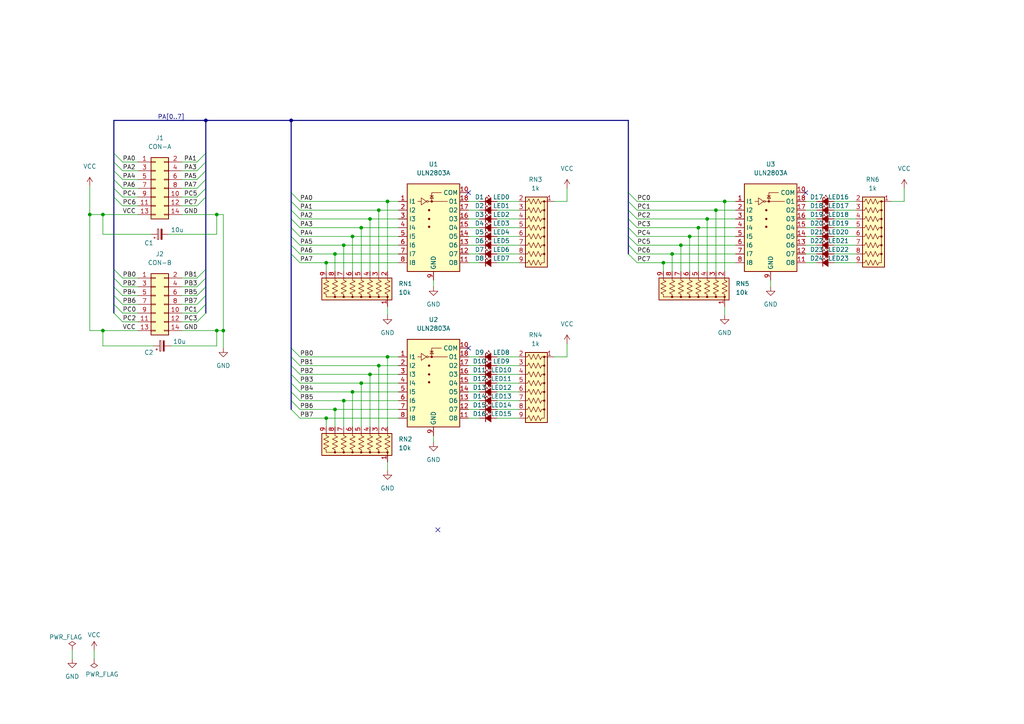
<source format=kicad_sch>
(kicad_sch (version 20211123) (generator eeschema)
  (paper "A4")
  (title_block (title "KZ80 LED テストボード") (date "2022-05-03") (rev "1") (company "KUNI-NET"))
  (lib_symbols
    (symbol "Connector_Generic:Conn_02x07_Odd_Even" (pin_names (offset 1.016) hide)
      (property "Reference" "J" (at 1.27 10.16 0))
      (property "Value" "Conn_02x07_Odd_Even" (at 1.27 -10.16 0))
      (symbol "Conn_02x07_Odd_Even_1_1"
        (rectangle (start -1.27 -7.493) (end 0 -7.747) (stroke (width 0.1524)))
        (rectangle (start -1.27 -4.953) (end 0 -5.207) (stroke (width 0.1524)))
        (rectangle (start -1.27 -2.413) (end 0 -2.667) (stroke (width 0.1524)))
        (rectangle (start -1.27 0.127) (end 0 -0.127) (stroke (width 0.1524)))
        (rectangle (start -1.27 2.667) (end 0 2.413) (stroke (width 0.1524)))
        (rectangle (start -1.27 5.207) (end 0 4.953) (stroke (width 0.1524)))
        (rectangle (start -1.27 7.747) (end 0 7.493) (stroke (width 0.1524)))
        (rectangle (start -1.27 8.89) (end 3.81 -8.89) (stroke (width 0.254)) (fill (type background)))
        (rectangle (start 3.81 -7.493) (end 2.54 -7.747) (stroke (width 0.1524)))
        (rectangle (start 3.81 -4.953) (end 2.54 -5.207) (stroke (width 0.1524)))
        (rectangle (start 3.81 -2.413) (end 2.54 -2.667) (stroke (width 0.1524)))
        (rectangle (start 3.81 0.127) (end 2.54 -0.127) (stroke (width 0.1524)))
        (rectangle (start 3.81 2.667) (end 2.54 2.413) (stroke (width 0.1524)))
        (rectangle (start 3.81 5.207) (end 2.54 4.953) (stroke (width 0.1524)))
        (rectangle (start 3.81 7.747) (end 2.54 7.493) (stroke (width 0.1524)))
        (pin passive line (at -5.08 7.62 0) (length 3.81) (name "Pin_1") (number "1"))
        (pin passive line (at 7.62 -2.54 180) (length 3.81) (name "Pin_10") (number "10"))
        (pin passive line (at -5.08 -5.08 0) (length 3.81) (name "Pin_11") (number "11"))
        (pin passive line (at 7.62 -5.08 180) (length 3.81) (name "Pin_12") (number "12"))
        (pin passive line (at -5.08 -7.62 0) (length 3.81) (name "Pin_13") (number "13"))
        (pin passive line (at 7.62 -7.62 180) (length 3.81) (name "Pin_14") (number "14"))
        (pin passive line (at 7.62 7.62 180) (length 3.81) (name "Pin_2") (number "2"))
        (pin passive line (at -5.08 5.08 0) (length 3.81) (name "Pin_3") (number "3"))
        (pin passive line (at 7.62 5.08 180) (length 3.81) (name "Pin_4") (number "4"))
        (pin passive line (at -5.08 2.54 0) (length 3.81) (name "Pin_5") (number "5"))
        (pin passive line (at 7.62 2.54 180) (length 3.81) (name "Pin_6") (number "6"))
        (pin passive line (at -5.08 0 0) (length 3.81) (name "Pin_7") (number "7"))
        (pin passive line (at 7.62 0 180) (length 3.81) (name "Pin_8") (number "8"))
        (pin passive line (at -5.08 -2.54 0) (length 3.81) (name "Pin_9") (number "9"))
      )
    )
    (symbol "Device:C_Polarized_Small" (pin_numbers hide) (pin_names (offset 0.254) hide)
      (property "Reference" "C" (at 0.254 1.778 0))
      (property "Value" "C_Polarized_Small" (at 0.254 -2.032 0))
      (symbol "C_Polarized_Small_0_1"
        (rectangle (start -1.524 -0.3048) (end 1.524 -0.6858) (fill (type outline)))
        (rectangle (start -1.524 0.6858) (end 1.524 0.3048))
        (polyline (pts (xy -1.27 1.524) (xy -0.762 1.524)))
        (polyline (pts (xy -1.016 1.27) (xy -1.016 1.778)))
      )
      (symbol "C_Polarized_Small_1_1"
        (pin passive line (at 0 2.54 270) (length 1.8542) (name "~") (number "1"))
        (pin passive line (at 0 -2.54 90) (length 1.8542) (name "~") (number "2"))
      )
    )
    (symbol "Device:LED_Small_Filled" (pin_numbers hide) (pin_names (offset 0.254) hide)
      (property "Reference" "D" (at -1.27 3.175 0))
      (property "Value" "LED_Small_Filled" (at -4.445 -2.54 0))
      (symbol "LED_Small_Filled_0_1"
        (polyline (pts (xy -0.762 -1.016) (xy -0.762 1.016)) (stroke (width 0.254)))
        (polyline (pts (xy 1.016 0) (xy -0.762 0)))
        (polyline (pts (xy 0.762 -1.016) (xy -0.762 0) (xy 0.762 1.016) (xy 0.762 -1.016)) (stroke (width 0.254)) (fill (type outline)))
        (polyline (pts (xy 0 0.762) (xy -0.508 1.27) (xy -0.254 1.27) (xy -0.508 1.27) (xy -0.508 1.016)))
        (polyline (pts (xy 0.508 1.27) (xy 0 1.778) (xy 0.254 1.778) (xy 0 1.778) (xy 0 1.524)))
      )
      (symbol "LED_Small_Filled_1_1"
        (pin passive line (at -2.54 0 0) (length 1.778) (name "K") (number "1"))
        (pin passive line (at 2.54 0 180) (length 1.778) (name "A") (number "2"))
      )
    )
    (symbol "Device:R_Network08_US" (pin_names (offset 0) hide)
      (property "Reference" "RN" (at -12.7 0 90))
      (property "Value" "R_Network08_US" (at 10.16 0 90))
      (symbol "R_Network08_US_0_1"
        (rectangle (start -11.43 -3.175) (end 8.89 3.175) (stroke (width 0.254)) (fill (type background)))
        (circle (center -10.16 2.286) (radius 0.254) (fill (type outline)))
        (circle (center -7.62 2.286) (radius 0.254) (fill (type outline)))
        (circle (center -5.08 2.286) (radius 0.254) (fill (type outline)))
        (circle (center -2.54 2.286) (radius 0.254) (fill (type outline)))
        (polyline (pts (xy -10.16 2.286) (xy 7.62 2.286)))
        (polyline (pts (xy -10.16 2.286) (xy -10.16 1.524) (xy -9.398 1.1684) (xy -10.922 0.508) (xy -9.398 -0.1524) (xy -10.922 -0.8382) (xy -9.398 -1.524) (xy -10.922 -2.1844) (xy -10.16 -2.54) (xy -10.16 -3.81)))
        (polyline (pts (xy -7.62 2.286) (xy -7.62 1.524) (xy -6.858 1.1684) (xy -8.382 0.508) (xy -6.858 -0.1524) (xy -8.382 -0.8382) (xy -6.858 -1.524) (xy -8.382 -2.1844) (xy -7.62 -2.54) (xy -7.62 -3.81)))
        (polyline (pts (xy -5.08 2.286) (xy -5.08 1.524) (xy -4.318 1.1684) (xy -5.842 0.508) (xy -4.318 -0.1524) (xy -5.842 -0.8382) (xy -4.318 -1.524) (xy -5.842 -2.1844) (xy -5.08 -2.54) (xy -5.08 -3.81)))
        (polyline (pts (xy -2.54 2.286) (xy -2.54 1.524) (xy -1.778 1.1684) (xy -3.302 0.508) (xy -1.778 -0.1524) (xy -3.302 -0.8382) (xy -1.778 -1.524) (xy -3.302 -2.1844) (xy -2.54 -2.54) (xy -2.54 -3.81)))
        (polyline (pts (xy 0 2.286) (xy 0 1.524) (xy 0.762 1.1684) (xy -0.762 0.508) (xy 0.762 -0.1524) (xy -0.762 -0.8382) (xy 0.762 -1.524) (xy -0.762 -2.1844) (xy 0 -2.54) (xy 0 -3.81)))
        (polyline (pts (xy 2.54 2.286) (xy 2.54 1.524) (xy 3.302 1.1684) (xy 1.778 0.508) (xy 3.302 -0.1524) (xy 1.778 -0.8382) (xy 3.302 -1.524) (xy 1.778 -2.1844) (xy 2.54 -2.54) (xy 2.54 -3.81)))
        (polyline (pts (xy 5.08 2.286) (xy 5.08 1.524) (xy 5.842 1.1684) (xy 4.318 0.508) (xy 5.842 -0.1524) (xy 4.318 -0.8382) (xy 5.842 -1.524) (xy 4.318 -2.1844) (xy 5.08 -2.54) (xy 5.08 -3.81)))
        (polyline (pts (xy 7.62 2.286) (xy 7.62 1.524) (xy 8.382 1.1684) (xy 6.858 0.508) (xy 8.382 -0.1524) (xy 6.858 -0.8382) (xy 8.382 -1.524) (xy 6.858 -2.1844) (xy 7.62 -2.54) (xy 7.62 -3.81)))
        (circle (center 0 2.286) (radius 0.254) (fill (type outline)))
        (circle (center 2.54 2.286) (radius 0.254) (fill (type outline)))
        (circle (center 5.08 2.286) (radius 0.254) (fill (type outline)))
      )
      (symbol "R_Network08_US_1_1"
        (pin passive line (at -10.16 5.08 270) (length 2.54) (name "common") (number "1"))
        (pin passive line (at -10.16 -5.08 90) (length 1.27) (name "R1") (number "2"))
        (pin passive line (at -7.62 -5.08 90) (length 1.27) (name "R2") (number "3"))
        (pin passive line (at -5.08 -5.08 90) (length 1.27) (name "R3") (number "4"))
        (pin passive line (at -2.54 -5.08 90) (length 1.27) (name "R4") (number "5"))
        (pin passive line (at 0 -5.08 90) (length 1.27) (name "R5") (number "6"))
        (pin passive line (at 2.54 -5.08 90) (length 1.27) (name "R6") (number "7"))
        (pin passive line (at 5.08 -5.08 90) (length 1.27) (name "R7") (number "8"))
        (pin passive line (at 7.62 -5.08 90) (length 1.27) (name "R8") (number "9"))
      )
    )
    (symbol "Transistor_Array:ULN2803A"
      (property "Reference" "U" (at 0 13.335 0))
      (property "Value" "ULN2803A" (at 0 11.43 0))
      (symbol "ULN2803A_0_1"
        (rectangle (start -7.62 -15.24) (end 7.62 10.16) (stroke (width 0.254)) (fill (type background)))
        (circle (center -1.778 5.08) (radius 0.254))
        (circle (center -1.27 -2.286) (radius 0.254) (fill (type outline)))
        (circle (center -1.27 0) (radius 0.254) (fill (type outline)))
        (circle (center -1.27 2.54) (radius 0.254) (fill (type outline)))
        (circle (center -0.508 5.08) (radius 0.254) (fill (type outline)))
        (polyline (pts (xy -4.572 5.08) (xy -3.556 5.08)))
        (polyline (pts (xy -1.524 5.08) (xy 4.064 5.08)))
        (polyline (pts (xy 0 6.731) (xy -1.016 6.731)))
        (polyline (pts (xy -0.508 5.08) (xy -0.508 7.62) (xy 2.286 7.62)))
        (polyline (pts (xy -3.556 6.096) (xy -3.556 4.064) (xy -2.032 5.08) (xy -3.556 6.096)))
        (polyline (pts (xy 0 5.969) (xy -1.016 5.969) (xy -0.508 6.731) (xy 0 5.969)))
      )
      (symbol "ULN2803A_1_1"
        (pin input line (at -10.16 5.08 0) (length 2.54) (name "I1") (number "1"))
        (pin passive line (at 10.16 7.62 180) (length 2.54) (name "COM") (number "10"))
        (pin open_collector line (at 10.16 -12.7 180) (length 2.54) (name "O8") (number "11"))
        (pin open_collector line (at 10.16 -10.16 180) (length 2.54) (name "O7") (number "12"))
        (pin open_collector line (at 10.16 -7.62 180) (length 2.54) (name "O6") (number "13"))
        (pin open_collector line (at 10.16 -5.08 180) (length 2.54) (name "O5") (number "14"))
        (pin open_collector line (at 10.16 -2.54 180) (length 2.54) (name "O4") (number "15"))
        (pin open_collector line (at 10.16 0 180) (length 2.54) (name "O3") (number "16"))
        (pin open_collector line (at 10.16 2.54 180) (length 2.54) (name "O2") (number "17"))
        (pin open_collector line (at 10.16 5.08 180) (length 2.54) (name "O1") (number "18"))
        (pin input line (at -10.16 2.54 0) (length 2.54) (name "I2") (number "2"))
        (pin input line (at -10.16 0 0) (length 2.54) (name "I3") (number "3"))
        (pin input line (at -10.16 -2.54 0) (length 2.54) (name "I4") (number "4"))
        (pin input line (at -10.16 -5.08 0) (length 2.54) (name "I5") (number "5"))
        (pin input line (at -10.16 -7.62 0) (length 2.54) (name "I6") (number "6"))
        (pin input line (at -10.16 -10.16 0) (length 2.54) (name "I7") (number "7"))
        (pin input line (at -10.16 -12.7 0) (length 2.54) (name "I8") (number "8"))
        (pin power_in line (at 0 -17.78 90) (length 2.54) (name "GND") (number "9"))
      )
    )
    (symbol "power:GND" (power) (pin_names (offset 0))
      (property "Value" "GND" (at 0 -3.81 0))
      (symbol "GND_0_1"
        (polyline (pts (xy 0 0) (xy 0 -1.27) (xy 1.27 -1.27) (xy 0 -2.54) (xy -1.27 -1.27) (xy 0 -1.27)))
      )
      (symbol "GND_1_1"
        (pin power_in line (at 0 0 270) (length 0) hide (name "GND") (number "1"))
      )
    )
    (symbol "power:PWR_FLAG" (power) (pin_numbers hide) (pin_names (offset 0) hide)
      (property "Value" "PWR_FLAG" (at 0 3.81 0))
      (symbol "PWR_FLAG_0_0"
        (pin power_out line (at 0 0 90) (length 0) (name "pwr") (number "1"))
      )
      (symbol "PWR_FLAG_0_1"
        (polyline (pts (xy 0 0) (xy 0 1.27) (xy -1.016 1.905) (xy 0 2.54) (xy 1.016 1.905) (xy 0 1.27)))
      )
    )
    (symbol "power:VCC" (power) (pin_names (offset 0))
      (property "Value" "VCC" (at 0 3.81 0))
      (symbol "VCC_0_1"
        (polyline (pts (xy -0.762 1.27) (xy 0 2.54)))
        (polyline (pts (xy 0 0) (xy 0 2.54)))
        (polyline (pts (xy 0 2.54) (xy 0.762 1.27)))
      )
      (symbol "VCC_1_1"
        (pin power_in line (at 0 0 90) (length 0) hide (name "VCC") (number "1"))
      )
    )
  )
  (junction (at 200.025 68.58))
  (junction (at 109.855 60.96))
  (junction (at 62.865 62.23))
  (junction (at 94.615 121.285))
  (junction (at 99.695 71.12))
  (junction (at 107.315 108.585))
  (junction (at 112.395 58.42))
  (junction (at 104.775 111.125))
  (junction (at 59.69 34.925))
  (junction (at 62.865 95.885))
  (junction (at 205.105 63.5))
  (junction (at 29.845 95.885))
  (junction (at 210.185 58.42))
  (junction (at 29.845 62.23))
  (junction (at 104.775 66.04))
  (junction (at 94.615 76.2))
  (junction (at 99.695 116.205))
  (junction (at 64.77 95.885))
  (junction (at 207.645 60.96))
  (junction (at 197.485 71.12))
  (junction (at 194.945 73.66))
  (junction (at 26.035 62.23))
  (junction (at 102.235 113.665))
  (junction (at 84.455 34.925))
  (junction (at 112.395 103.505))
  (junction (at 97.155 118.745))
  (junction (at 109.855 106.045))
  (junction (at 97.155 73.66))
  (junction (at 107.315 63.5))
  (junction (at 192.405 76.2))
  (junction (at 102.235 68.58))
  (junction (at 202.565 66.04))
  (no_connect (at 135.89 100.965))
  (no_connect (at 127 153.67))
  (no_connect (at 135.89 55.88))
  (no_connect (at 233.68 55.88))
  (bus_entry (at 182.245 63.5) (size 2.54 2.54))
  (bus_entry (at 84.455 113.665) (size 2.54 2.54))
  (bus_entry (at 84.455 103.505) (size 2.54 2.54))
  (bus_entry (at 59.69 52.07) (size -2.54 2.54))
  (bus_entry (at 59.69 78.105) (size -2.54 2.54))
  (bus_entry (at 84.455 73.66) (size 2.54 2.54))
  (bus_entry (at 33.02 90.805) (size 2.54 2.54))
  (bus_entry (at 59.69 46.99) (size -2.54 2.54))
  (bus_entry (at 33.02 57.15) (size 2.54 2.54))
  (bus_entry (at 84.455 63.5) (size 2.54 2.54))
  (bus_entry (at 84.455 68.58) (size 2.54 2.54))
  (bus_entry (at 33.02 85.725) (size 2.54 2.54))
  (bus_entry (at 33.02 83.185) (size 2.54 2.54))
  (bus_entry (at 33.02 80.645) (size 2.54 2.54))
  (bus_entry (at 182.245 55.88) (size 2.54 2.54))
  (bus_entry (at 84.455 71.12) (size 2.54 2.54))
  (bus_entry (at 182.245 66.04) (size 2.54 2.54))
  (bus_entry (at 33.02 46.99) (size 2.54 2.54))
  (bus_entry (at 33.02 44.45) (size 2.54 2.54))
  (bus_entry (at 33.02 78.105) (size 2.54 2.54))
  (bus_entry (at 33.02 52.07) (size 2.54 2.54))
  (bus_entry (at 33.02 49.53) (size 2.54 2.54))
  (bus_entry (at 59.69 88.265) (size -2.54 2.54))
  (bus_entry (at 59.69 44.45) (size -2.54 2.54))
  (bus_entry (at 59.69 54.61) (size -2.54 2.54))
  (bus_entry (at 182.245 73.66) (size 2.54 2.54))
  (bus_entry (at 59.69 57.15) (size -2.54 2.54))
  (bus_entry (at 84.455 111.125) (size 2.54 2.54))
  (bus_entry (at 182.245 71.12) (size 2.54 2.54))
  (bus_entry (at 84.455 100.965) (size 2.54 2.54))
  (bus_entry (at 59.69 83.185) (size -2.54 2.54))
  (bus_entry (at 33.02 54.61) (size 2.54 2.54))
  (bus_entry (at 33.02 88.265) (size 2.54 2.54))
  (bus_entry (at 84.455 108.585) (size 2.54 2.54))
  (bus_entry (at 59.69 80.645) (size -2.54 2.54))
  (bus_entry (at 59.69 85.725) (size -2.54 2.54))
  (bus_entry (at 182.245 58.42) (size 2.54 2.54))
  (bus_entry (at 182.245 60.96) (size 2.54 2.54))
  (bus_entry (at 84.455 66.04) (size 2.54 2.54))
  (bus_entry (at 84.455 60.96) (size 2.54 2.54))
  (bus_entry (at 59.69 90.805) (size -2.54 2.54))
  (bus_entry (at 84.455 55.88) (size 2.54 2.54))
  (bus_entry (at 182.245 68.58) (size 2.54 2.54))
  (bus_entry (at 84.455 106.045) (size 2.54 2.54))
  (bus_entry (at 84.455 58.42) (size 2.54 2.54))
  (bus_entry (at 84.455 118.745) (size 2.54 2.54))
  (bus_entry (at 59.69 49.53) (size -2.54 2.54))
  (bus_entry (at 84.455 116.205) (size 2.54 2.54))
  (wire (pts (xy 26.035 53.975) (xy 26.035 62.23)))
  (wire (pts (xy 241.935 66.04) (xy 248.285 66.04)))
  (wire (pts (xy 135.89 66.04) (xy 139.065 66.04)))
  (wire (pts (xy 97.155 118.745) (xy 115.57 118.745)))
  (wire (pts (xy 99.695 116.205) (xy 99.695 123.825)))
  (wire (pts (xy 35.56 93.345) (xy 40.005 93.345)))
  (wire (pts (xy 197.485 71.12) (xy 213.36 71.12)))
  (wire (pts (xy 144.145 60.96) (xy 150.495 60.96)))
  (wire (pts (xy 144.145 66.04) (xy 150.495 66.04)))
  (wire (pts (xy 52.705 54.61) (xy 57.15 54.61)))
  (wire (pts (xy 262.255 54.61) (xy 262.255 58.42)))
  (wire (pts (xy 144.145 63.5) (xy 150.495 63.5)))
  (wire (pts (xy 35.56 88.265) (xy 40.005 88.265)))
  (wire (pts (xy 207.645 60.96) (xy 213.36 60.96)))
  (wire (pts (xy 210.185 58.42) (xy 213.36 58.42)))
  (bus (pts (xy 59.69 78.105) (xy 59.69 80.645)))
  (wire (pts (xy 86.995 68.58) (xy 102.235 68.58)))
  (wire (pts (xy 104.775 111.125) (xy 104.775 123.825)))
  (wire (pts (xy 97.155 73.66) (xy 97.155 78.74)))
  (wire (pts (xy 35.56 83.185) (xy 40.005 83.185)))
  (bus (pts (xy 84.455 58.42) (xy 84.455 55.88)))
  (wire (pts (xy 144.145 118.745) (xy 150.495 118.745)))
  (wire (pts (xy 86.995 118.745) (xy 97.155 118.745)))
  (bus (pts (xy 33.02 85.725) (xy 33.02 88.265)))
  (wire (pts (xy 144.145 76.2) (xy 150.495 76.2)))
  (wire (pts (xy 35.56 59.69) (xy 40.005 59.69)))
  (wire (pts (xy 52.705 88.265) (xy 57.15 88.265)))
  (wire (pts (xy 29.845 100.33) (xy 44.45 100.33)))
  (wire (pts (xy 144.145 106.045) (xy 150.495 106.045)))
  (wire (pts (xy 135.89 71.12) (xy 139.065 71.12)))
  (wire (pts (xy 233.68 73.66) (xy 236.855 73.66)))
  (wire (pts (xy 86.995 108.585) (xy 107.315 108.585)))
  (bus (pts (xy 84.455 100.965) (xy 84.455 73.66)))
  (bus (pts (xy 84.455 106.045) (xy 84.455 103.505)))
  (wire (pts (xy 86.995 76.2) (xy 94.615 76.2)))
  (wire (pts (xy 135.89 121.285) (xy 139.065 121.285)))
  (wire (pts (xy 200.025 68.58) (xy 200.025 78.74)))
  (wire (pts (xy 86.995 66.04) (xy 104.775 66.04)))
  (bus (pts (xy 59.69 34.925) (xy 84.455 34.925)))
  (wire (pts (xy 241.935 60.96) (xy 248.285 60.96)))
  (wire (pts (xy 207.645 60.96) (xy 207.645 78.74)))
  (bus (pts (xy 84.455 71.12) (xy 84.455 68.58)))
  (wire (pts (xy 241.935 68.58) (xy 248.285 68.58)))
  (wire (pts (xy 86.995 121.285) (xy 94.615 121.285)))
  (wire (pts (xy 86.995 116.205) (xy 99.695 116.205)))
  (wire (pts (xy 86.995 106.045) (xy 109.855 106.045)))
  (wire (pts (xy 35.56 57.15) (xy 40.005 57.15)))
  (wire (pts (xy 52.705 52.07) (xy 57.15 52.07)))
  (bus (pts (xy 33.02 78.105) (xy 33.02 80.645)))
  (wire (pts (xy 112.395 88.9) (xy 112.395 91.44)))
  (wire (pts (xy 202.565 66.04) (xy 202.565 78.74)))
  (wire (pts (xy 184.785 71.12) (xy 197.485 71.12)))
  (bus (pts (xy 84.455 108.585) (xy 84.455 106.045)))
  (wire (pts (xy 52.705 49.53) (xy 57.15 49.53)))
  (wire (pts (xy 29.845 95.885) (xy 40.005 95.885)))
  (wire (pts (xy 135.89 76.2) (xy 139.065 76.2)))
  (bus (pts (xy 182.245 63.5) (xy 182.245 60.96)))
  (bus (pts (xy 182.245 73.66) (xy 182.245 71.12)))
  (bus (pts (xy 33.02 88.265) (xy 33.02 90.805)))
  (wire (pts (xy 233.68 76.2) (xy 236.855 76.2)))
  (wire (pts (xy 62.865 100.33) (xy 62.865 95.885)))
  (wire (pts (xy 135.89 116.205) (xy 139.065 116.205)))
  (wire (pts (xy 184.785 73.66) (xy 194.945 73.66)))
  (wire (pts (xy 194.945 73.66) (xy 194.945 78.74)))
  (bus (pts (xy 33.02 80.645) (xy 33.02 83.185)))
  (bus (pts (xy 59.69 34.925) (xy 59.69 44.45)))
  (wire (pts (xy 29.845 95.885) (xy 29.845 100.33)))
  (wire (pts (xy 144.145 116.205) (xy 150.495 116.205)))
  (wire (pts (xy 202.565 66.04) (xy 213.36 66.04)))
  (wire (pts (xy 109.855 60.96) (xy 109.855 78.74)))
  (wire (pts (xy 112.395 58.42) (xy 115.57 58.42)))
  (wire (pts (xy 184.785 76.2) (xy 192.405 76.2)))
  (bus (pts (xy 59.69 34.925) (xy 33.02 34.925)))
  (wire (pts (xy 99.695 116.205) (xy 115.57 116.205)))
  (wire (pts (xy 99.695 71.12) (xy 99.695 78.74)))
  (wire (pts (xy 241.935 71.12) (xy 248.285 71.12)))
  (bus (pts (xy 84.455 103.505) (xy 84.455 100.965)))
  (wire (pts (xy 184.785 58.42) (xy 210.185 58.42)))
  (wire (pts (xy 102.235 68.58) (xy 102.235 78.74)))
  (wire (pts (xy 97.155 118.745) (xy 97.155 123.825)))
  (bus (pts (xy 59.69 88.265) (xy 59.69 90.805)))
  (wire (pts (xy 109.855 106.045) (xy 109.855 123.825)))
  (wire (pts (xy 135.89 58.42) (xy 139.065 58.42)))
  (wire (pts (xy 144.145 103.505) (xy 150.495 103.505)))
  (bus (pts (xy 84.455 34.925) (xy 182.245 34.925)))
  (wire (pts (xy 233.68 71.12) (xy 236.855 71.12)))
  (bus (pts (xy 33.02 52.07) (xy 33.02 54.61)))
  (wire (pts (xy 94.615 76.2) (xy 115.57 76.2)))
  (bus (pts (xy 59.69 80.645) (xy 59.69 83.185)))
  (wire (pts (xy 164.465 54.61) (xy 164.465 58.42)))
  (wire (pts (xy 49.53 100.33) (xy 62.865 100.33)))
  (wire (pts (xy 192.405 76.2) (xy 213.36 76.2)))
  (wire (pts (xy 258.445 58.42) (xy 262.255 58.42)))
  (wire (pts (xy 233.68 58.42) (xy 236.855 58.42)))
  (wire (pts (xy 241.935 63.5) (xy 248.285 63.5)))
  (wire (pts (xy 194.945 73.66) (xy 213.36 73.66)))
  (wire (pts (xy 210.185 88.9) (xy 210.185 91.44)))
  (wire (pts (xy 135.89 63.5) (xy 139.065 63.5)))
  (bus (pts (xy 84.455 116.205) (xy 84.455 113.665)))
  (wire (pts (xy 135.89 108.585) (xy 139.065 108.585)))
  (wire (pts (xy 29.845 62.23) (xy 40.005 62.23)))
  (wire (pts (xy 62.865 67.945) (xy 62.865 62.23)))
  (wire (pts (xy 35.56 90.805) (xy 40.005 90.805)))
  (wire (pts (xy 233.68 66.04) (xy 236.855 66.04)))
  (wire (pts (xy 52.705 85.725) (xy 57.15 85.725)))
  (bus (pts (xy 33.02 44.45) (xy 33.02 46.99)))
  (bus (pts (xy 59.69 54.61) (xy 59.69 57.15)))
  (wire (pts (xy 64.77 100.965) (xy 64.77 95.885)))
  (bus (pts (xy 33.02 54.61) (xy 33.02 57.15)))
  (wire (pts (xy 125.73 81.28) (xy 125.73 83.185)))
  (bus (pts (xy 33.02 46.99) (xy 33.02 49.53)))
  (wire (pts (xy 99.695 71.12) (xy 115.57 71.12)))
  (wire (pts (xy 64.77 95.885) (xy 64.77 62.23)))
  (wire (pts (xy 144.145 108.585) (xy 150.495 108.585)))
  (wire (pts (xy 26.035 62.23) (xy 29.845 62.23)))
  (bus (pts (xy 182.245 34.925) (xy 182.245 55.88)))
  (wire (pts (xy 26.035 95.885) (xy 29.845 95.885)))
  (wire (pts (xy 135.89 60.96) (xy 139.065 60.96)))
  (wire (pts (xy 233.68 60.96) (xy 236.855 60.96)))
  (wire (pts (xy 94.615 76.2) (xy 94.615 78.74)))
  (wire (pts (xy 164.465 99.695) (xy 164.465 103.505)))
  (wire (pts (xy 35.56 52.07) (xy 40.005 52.07)))
  (wire (pts (xy 197.485 71.12) (xy 197.485 78.74)))
  (wire (pts (xy 86.995 58.42) (xy 112.395 58.42)))
  (wire (pts (xy 97.155 73.66) (xy 115.57 73.66)))
  (bus (pts (xy 59.69 85.725) (xy 59.69 88.265)))
  (wire (pts (xy 52.705 57.15) (xy 57.15 57.15)))
  (wire (pts (xy 107.315 108.585) (xy 115.57 108.585)))
  (wire (pts (xy 160.655 103.505) (xy 164.465 103.505)))
  (bus (pts (xy 59.69 44.45) (xy 59.69 46.99)))
  (bus (pts (xy 84.455 118.745) (xy 84.455 116.205)))
  (wire (pts (xy 52.705 80.645) (xy 57.15 80.645)))
  (bus (pts (xy 84.455 73.66) (xy 84.455 71.12)))
  (wire (pts (xy 52.705 90.805) (xy 57.15 90.805)))
  (bus (pts (xy 59.69 49.53) (xy 59.69 52.07)))
  (wire (pts (xy 223.52 81.28) (xy 223.52 83.185)))
  (wire (pts (xy 144.145 58.42) (xy 150.495 58.42)))
  (wire (pts (xy 52.705 59.69) (xy 57.15 59.69)))
  (wire (pts (xy 104.775 66.04) (xy 104.775 78.74)))
  (bus (pts (xy 84.455 66.04) (xy 84.455 63.5)))
  (wire (pts (xy 112.395 103.505) (xy 115.57 103.505)))
  (wire (pts (xy 233.68 63.5) (xy 236.855 63.5)))
  (bus (pts (xy 33.02 83.185) (xy 33.02 85.725)))
  (wire (pts (xy 52.705 46.99) (xy 57.15 46.99)))
  (bus (pts (xy 84.455 60.96) (xy 84.455 58.42)))
  (wire (pts (xy 135.89 103.505) (xy 139.065 103.505)))
  (wire (pts (xy 104.775 111.125) (xy 115.57 111.125)))
  (wire (pts (xy 52.705 83.185) (xy 57.15 83.185)))
  (wire (pts (xy 86.995 103.505) (xy 112.395 103.505)))
  (wire (pts (xy 35.56 46.99) (xy 40.005 46.99)))
  (wire (pts (xy 62.865 62.23) (xy 64.77 62.23)))
  (wire (pts (xy 192.405 76.2) (xy 192.405 78.74)))
  (wire (pts (xy 241.935 73.66) (xy 248.285 73.66)))
  (wire (pts (xy 107.315 63.5) (xy 115.57 63.5)))
  (wire (pts (xy 29.845 62.23) (xy 29.845 67.945)))
  (wire (pts (xy 86.995 63.5) (xy 107.315 63.5)))
  (bus (pts (xy 84.455 68.58) (xy 84.455 66.04)))
  (wire (pts (xy 35.56 54.61) (xy 40.005 54.61)))
  (wire (pts (xy 135.89 68.58) (xy 139.065 68.58)))
  (wire (pts (xy 102.235 113.665) (xy 102.235 123.825)))
  (wire (pts (xy 112.395 133.985) (xy 112.395 136.525)))
  (wire (pts (xy 102.235 68.58) (xy 115.57 68.58)))
  (wire (pts (xy 210.185 58.42) (xy 210.185 78.74)))
  (bus (pts (xy 59.69 83.185) (xy 59.69 85.725)))
  (wire (pts (xy 144.145 71.12) (xy 150.495 71.12)))
  (wire (pts (xy 135.89 106.045) (xy 139.065 106.045)))
  (bus (pts (xy 182.245 71.12) (xy 182.245 68.58)))
  (bus (pts (xy 182.245 68.58) (xy 182.245 66.04)))
  (wire (pts (xy 94.615 121.285) (xy 94.615 123.825)))
  (wire (pts (xy 26.035 62.23) (xy 26.035 95.885)))
  (wire (pts (xy 86.995 60.96) (xy 109.855 60.96)))
  (wire (pts (xy 135.89 113.665) (xy 139.065 113.665)))
  (wire (pts (xy 109.855 60.96) (xy 115.57 60.96)))
  (bus (pts (xy 59.69 57.15) (xy 59.69 78.105)))
  (wire (pts (xy 48.895 67.945) (xy 62.865 67.945)))
  (wire (pts (xy 144.145 73.66) (xy 150.495 73.66)))
  (bus (pts (xy 84.455 63.5) (xy 84.455 60.96)))
  (bus (pts (xy 84.455 111.125) (xy 84.455 108.585)))
  (wire (pts (xy 135.89 111.125) (xy 139.065 111.125)))
  (wire (pts (xy 241.935 58.42) (xy 248.285 58.42)))
  (wire (pts (xy 52.705 95.885) (xy 62.865 95.885)))
  (bus (pts (xy 33.02 49.53) (xy 33.02 52.07)))
  (bus (pts (xy 33.02 57.15) (xy 33.02 78.105)))
  (wire (pts (xy 62.865 95.885) (xy 64.77 95.885)))
  (wire (pts (xy 35.56 85.725) (xy 40.005 85.725)))
  (wire (pts (xy 107.315 108.585) (xy 107.315 123.825)))
  (bus (pts (xy 59.69 46.99) (xy 59.69 49.53)))
  (wire (pts (xy 86.995 111.125) (xy 104.775 111.125)))
  (wire (pts (xy 94.615 121.285) (xy 115.57 121.285)))
  (wire (pts (xy 135.89 118.745) (xy 139.065 118.745)))
  (wire (pts (xy 184.785 68.58) (xy 200.025 68.58)))
  (wire (pts (xy 86.995 113.665) (xy 102.235 113.665)))
  (bus (pts (xy 33.02 34.925) (xy 33.02 44.45)))
  (bus (pts (xy 182.245 60.96) (xy 182.245 58.42)))
  (wire (pts (xy 184.785 60.96) (xy 207.645 60.96)))
  (wire (pts (xy 86.995 73.66) (xy 97.155 73.66)))
  (wire (pts (xy 35.56 49.53) (xy 40.005 49.53)))
  (wire (pts (xy 144.145 68.58) (xy 150.495 68.58)))
  (bus (pts (xy 59.69 52.07) (xy 59.69 54.61)))
  (wire (pts (xy 184.785 63.5) (xy 205.105 63.5)))
  (wire (pts (xy 104.775 66.04) (xy 115.57 66.04)))
  (wire (pts (xy 160.655 58.42) (xy 164.465 58.42)))
  (wire (pts (xy 29.845 67.945) (xy 43.815 67.945)))
  (wire (pts (xy 112.395 58.42) (xy 112.395 78.74)))
  (wire (pts (xy 52.705 62.23) (xy 62.865 62.23)))
  (wire (pts (xy 52.705 93.345) (xy 57.15 93.345)))
  (wire (pts (xy 144.145 113.665) (xy 150.495 113.665)))
  (wire (pts (xy 144.145 111.125) (xy 150.495 111.125)))
  (bus (pts (xy 84.455 55.88) (xy 84.455 34.925)))
  (wire (pts (xy 233.68 68.58) (xy 236.855 68.58)))
  (wire (pts (xy 27.305 188.595) (xy 27.305 191.135)))
  (wire (pts (xy 109.855 106.045) (xy 115.57 106.045)))
  (wire (pts (xy 205.105 63.5) (xy 213.36 63.5)))
  (wire (pts (xy 135.89 73.66) (xy 139.065 73.66)))
  (bus (pts (xy 182.245 66.04) (xy 182.245 63.5)))
  (wire (pts (xy 241.935 76.2) (xy 248.285 76.2)))
  (wire (pts (xy 200.025 68.58) (xy 213.36 68.58)))
  (wire (pts (xy 184.785 66.04) (xy 202.565 66.04)))
  (wire (pts (xy 20.955 188.595) (xy 20.955 191.135)))
  (wire (pts (xy 102.235 113.665) (xy 115.57 113.665)))
  (wire (pts (xy 86.995 71.12) (xy 99.695 71.12)))
  (wire (pts (xy 144.145 121.285) (xy 150.495 121.285)))
  (wire (pts (xy 35.56 80.645) (xy 40.005 80.645)))
  (bus (pts (xy 84.455 113.665) (xy 84.455 111.125)))
  (wire (pts (xy 125.73 126.365) (xy 125.73 128.27)))
  (wire (pts (xy 107.315 63.5) (xy 107.315 78.74)))
  (wire (pts (xy 112.395 103.505) (xy 112.395 123.825)))
  (wire (pts (xy 205.105 63.5) (xy 205.105 78.74)))
  (bus (pts (xy 182.245 55.88) (xy 182.245 58.42)))
  (label "PA6" (at 86.995 73.66 0))
  (label "PC1" (at 53.34 90.805 0))
  (label "PC5" (at 184.785 71.12 0))
  (label "PC6" (at 35.56 59.69 0))
  (label "VCC" (at 35.56 62.23 0))
  (label "PB7" (at 53.34 88.265 0))
  (label "PC0" (at 35.56 90.805 0))
  (label "PC1" (at 184.785 60.96 0))
  (label "PA7" (at 86.995 76.2 0))
  (label "PB1" (at 86.995 106.045 0))
  (label "PA2" (at 35.56 49.53 0))
  (label "PB0" (at 86.995 103.505 0))
  (label "PA0" (at 35.56 46.99 0))
  (label "PA3" (at 86.995 66.04 0))
  (label "PA1" (at 86.995 60.96 0))
  (label "PB5" (at 53.34 85.725 0))
  (label "PA3" (at 53.34 49.53 0))
  (label "PA5" (at 53.34 52.07 0))
  (label "PA7" (at 53.34 54.61 0))
  (label "PB3" (at 53.34 83.185 0))
  (label "PA1" (at 53.34 46.99 0))
  (label "PC3" (at 184.785 66.04 0))
  (label "PC4" (at 35.56 57.15 0))
  (label "PB6" (at 35.56 88.265 0))
  (label "PA[0..7]" (at 45.72 34.925 0))
  (label "PA0" (at 86.995 58.42 0))
  (label "PC6" (at 184.785 73.66 0))
  (label "PB6" (at 86.995 118.745 0))
  (label "PA4" (at 35.56 52.07 0))
  (label "PC4" (at 184.785 68.58 0))
  (label "PB0" (at 35.56 80.645 0))
  (label "PA5" (at 86.995 71.12 0))
  (label "PC0" (at 184.785 58.42 0))
  (label "PB2" (at 86.995 108.585 0))
  (label "PC7" (at 53.34 59.69 0))
  (label "PB1" (at 53.34 80.645 0))
  (label "PB4" (at 86.995 113.665 0))
  (label "PB3" (at 86.995 111.125 0))
  (label "GND" (at 53.34 62.23 0))
  (label "PC5" (at 53.34 57.15 0))
  (label "PC2" (at 184.785 63.5 0))
  (label "VCC" (at 35.56 95.885 0))
  (label "PC2" (at 35.56 93.345 0))
  (label "PC3" (at 53.34 93.345 0))
  (label "GND" (at 53.34 95.885 0))
  (label "PA4" (at 86.995 68.58 0))
  (label "PB5" (at 86.995 116.205 0))
  (label "PC7" (at 184.785 76.2 0))
  (label "PB7" (at 86.995 121.285 0))
  (label "PA6" (at 35.56 54.61 0))
  (label "PB4" (at 35.56 85.725 0))
  (label "PA2" (at 86.995 63.5 0))
  (label "PB2" (at 35.56 83.185 0))
  (symbol (lib_id "Device:LED_Small_Filled") (at 141.605 111.125 0) (unit 1)
    (property "Reference" "D12" (at 139.065 109.855 0))
    (property "Value" "LED11" (at 145.415 109.855 0))
  )
  (symbol (lib_id "Connector_Generic:Conn_02x07_Odd_Even") (at 45.085 54.61 0) (unit 1)
    (property "Reference" "J1" (at 46.355 40.005 0))
    (property "Value" "CON-A" (at 46.355 42.545 0))
  )
  (symbol (lib_id "Device:LED_Small_Filled") (at 239.395 71.12 0) (unit 1)
    (property "Reference" "D22" (at 236.855 69.85 0))
    (property "Value" "LED21" (at 243.205 69.85 0))
  )
  (symbol (lib_id "Device:LED_Small_Filled") (at 141.605 103.505 0) (unit 1)
    (property "Reference" "D9" (at 139.065 102.235 0))
    (property "Value" "LED8" (at 145.415 102.235 0))
  )
  (symbol (lib_id "Device:LED_Small_Filled") (at 141.605 68.58 0) (unit 1)
    (property "Reference" "D5" (at 139.065 67.31 0))
    (property "Value" "LED4" (at 145.415 67.31 0))
  )
  (symbol (lib_id "Device:LED_Small_Filled") (at 141.605 63.5 0) (unit 1)
    (property "Reference" "D3" (at 139.065 62.23 0))
    (property "Value" "LED2" (at 145.415 62.23 0))
  )
  (symbol (lib_id "Device:R_Network08_US") (at 155.575 68.58 270) (unit 1)
    (property "Reference" "RN3" (at 155.321 52.07 90))
    (property "Value" "1k" (at 155.321 54.61 90))
    (property "Footprint" "Resistor_THT:R_Array_SIP9" (effects hide))
    (property "Datasheet" "http://www.vishay.com/docs/31509/csc.pdf" (effects hide))
  )
  (symbol (lib_id "power:GND") (at 112.395 91.44 0) (unit 1)
    (property "Reference" "#PWR05" (effects hide))
    (property "Value" "GND" (at 112.395 96.52 0))
  )
  (symbol (lib_id "power:VCC") (at 26.035 53.975 0) (unit 1)
    (property "Reference" "#PWR03" (effects hide))
    (property "Value" "VCC" (at 26.035 48.26 0))
  )
  (symbol (lib_id "Device:LED_Small_Filled") (at 141.605 60.96 0) (unit 1)
    (property "Reference" "D2" (at 139.065 59.69 0))
    (property "Value" "LED1" (at 145.415 59.69 0))
  )
  (symbol (lib_id "Transistor_Array:ULN2803A") (at 223.52 63.5 0) (unit 1)
    (property "Reference" "U3" (at 223.52 47.625 0))
    (property "Value" "ULN2803A" (at 223.52 50.165 0))
    (property "Datasheet" "http://www.ti.com/lit/ds/symlink/uln2803a.pdf" (effects hide))
  )
  (symbol (lib_id "Transistor_Array:ULN2803A") (at 125.73 63.5 0) (unit 1)
    (property "Reference" "U1" (at 125.73 47.625 0))
    (property "Value" "ULN2803A" (at 125.73 50.165 0))
    (property "Datasheet" "http://www.ti.com/lit/ds/symlink/uln2803a.pdf" (effects hide))
  )
  (symbol (lib_id "Device:C_Polarized_Small") (at 46.355 67.945 90) (unit 1)
    (property "Reference" "C1" (at 43.18 70.485 90))
    (property "Value" "10u" (at 51.435 66.675 90))
  )
  (symbol (lib_id "power:VCC") (at 164.465 99.695 0) (unit 1)
    (property "Reference" "#PWR010" (effects hide))
    (property "Value" "VCC" (at 164.465 93.98 0))
  )
  (symbol (lib_id "Device:LED_Small_Filled") (at 141.605 71.12 0) (unit 1)
    (property "Reference" "D6" (at 139.065 69.85 0))
    (property "Value" "LED5" (at 145.415 69.85 0))
  )
  (symbol (lib_id "Device:LED_Small_Filled") (at 239.395 58.42 0) (unit 1)
    (property "Reference" "D17" (at 236.855 57.15 0))
    (property "Value" "LED16" (at 243.205 57.15 0))
  )
  (symbol (lib_id "power:VCC") (at 164.465 54.61 0) (unit 1)
    (property "Reference" "#PWR09" (effects hide))
    (property "Value" "VCC" (at 164.465 48.895 0))
  )
  (symbol (lib_id "power:GND") (at 20.955 191.135 0) (unit 1)
    (property "Reference" "#PWR01" (effects hide))
    (property "Value" "GND" (at 20.955 196.215 0))
  )
  (symbol (lib_id "Device:LED_Small_Filled") (at 141.605 113.665 0) (unit 1)
    (property "Reference" "D13" (at 139.065 112.395 0))
    (property "Value" "LED12" (at 145.415 112.395 0))
  )
  (symbol (lib_id "Device:R_Network08_US") (at 102.235 83.82 180) (unit 1)
    (property "Reference" "RN1" (at 115.57 82.2959 0) (effects (justify right)))
    (property "Value" "10k" (at 115.57 84.8359 0) (effects (justify right)))
    (property "Footprint" "Resistor_THT:R_Array_SIP9" (effects hide))
    (property "Datasheet" "http://www.vishay.com/docs/31509/csc.pdf" (effects hide))
  )
  (symbol (lib_id "power:VCC") (at 262.255 54.61 0) (unit 1)
    (property "Reference" "#PWR013" (effects hide))
    (property "Value" "VCC" (at 262.255 48.895 0))
  )
  (symbol (lib_id "Device:LED_Small_Filled") (at 141.605 76.2 0) (unit 1)
    (property "Reference" "D8" (at 139.065 74.93 0))
    (property "Value" "LED7" (at 145.415 74.93 0))
  )
  (symbol (lib_id "Device:LED_Small_Filled") (at 239.395 68.58 0) (unit 1)
    (property "Reference" "D21" (at 236.855 67.31 0))
    (property "Value" "LED20" (at 243.205 67.31 0))
  )
  (symbol (lib_id "power:GND") (at 64.77 100.965 0) (unit 1)
    (property "Reference" "#PWR04" (effects hide))
    (property "Value" "GND" (at 64.77 106.045 0))
  )
  (symbol (lib_id "Device:LED_Small_Filled") (at 239.395 60.96 0) (unit 1)
    (property "Reference" "D18" (at 236.855 59.69 0))
    (property "Value" "LED17" (at 243.205 59.69 0))
  )
  (symbol (lib_id "Device:LED_Small_Filled") (at 239.395 63.5 0) (unit 1)
    (property "Reference" "D19" (at 236.855 62.23 0))
    (property "Value" "LED18" (at 243.205 62.23 0))
  )
  (symbol (lib_id "power:VCC") (at 27.305 188.595 0) (unit 1)
    (property "Reference" "#PWR02" (effects hide))
    (property "Value" "VCC" (at 27.305 184.15 0))
  )
  (symbol (lib_id "power:GND") (at 210.185 91.44 0) (unit 1)
    (property "Reference" "#PWR011" (effects hide))
    (property "Value" "GND" (at 210.185 96.52 0))
  )
  (symbol (lib_id "power:GND") (at 125.73 83.185 0) (unit 1)
    (property "Reference" "#PWR07" (effects hide))
    (property "Value" "GND" (at 125.73 88.265 0))
  )
  (symbol (lib_id "power:PWR_FLAG") (at 27.305 191.135 180) (unit 1)
    (property "Reference" "#FLG02" (effects hide))
    (property "Value" "PWR_FLAG" (at 24.765 195.58 0) (effects (justify right)))
  )
  (symbol (lib_id "Device:R_Network08_US") (at 155.575 113.665 270) (unit 1)
    (property "Reference" "RN4" (at 155.321 97.155 90))
    (property "Value" "1k" (at 155.321 99.695 90))
    (property "Footprint" "Resistor_THT:R_Array_SIP9" (effects hide))
    (property "Datasheet" "http://www.vishay.com/docs/31509/csc.pdf" (effects hide))
  )
  (symbol (lib_id "Device:LED_Small_Filled") (at 141.605 73.66 0) (unit 1)
    (property "Reference" "D7" (at 139.065 72.39 0))
    (property "Value" "LED6" (at 145.415 72.39 0))
  )
  (symbol (lib_id "Device:LED_Small_Filled") (at 239.395 73.66 0) (unit 1)
    (property "Reference" "D23" (at 236.855 72.39 0))
    (property "Value" "LED22" (at 243.205 72.39 0))
  )
  (symbol (lib_id "Device:LED_Small_Filled") (at 141.605 121.285 0) (unit 1)
    (property "Reference" "D16" (at 139.065 120.015 0))
    (property "Value" "LED15" (at 145.415 120.015 0))
  )
  (symbol (lib_id "Device:C_Polarized_Small") (at 46.99 100.33 90) (unit 1)
    (property "Reference" "C2" (at 43.18 102.235 90))
    (property "Value" "10u" (at 52.07 99.06 90))
  )
  (symbol (lib_id "Device:LED_Small_Filled") (at 141.605 116.205 0) (unit 1)
    (property "Reference" "D14" (at 139.065 114.935 0))
    (property "Value" "LED13" (at 145.415 114.935 0))
  )
  (symbol (lib_id "Device:LED_Small_Filled") (at 141.605 118.745 0) (unit 1)
    (property "Reference" "D15" (at 139.065 117.475 0))
    (property "Value" "LED14" (at 145.415 117.475 0))
  )
  (symbol (lib_id "Device:LED_Small_Filled") (at 239.395 66.04 0) (unit 1)
    (property "Reference" "D20" (at 236.855 64.77 0))
    (property "Value" "LED19" (at 243.205 64.77 0))
  )
  (symbol (lib_id "Device:R_Network08_US") (at 102.235 128.905 180) (unit 1)
    (property "Reference" "RN2" (at 115.57 127.3809 0) (effects (justify right)))
    (property "Value" "10k" (at 115.57 129.9209 0) (effects (justify right)))
    (property "Footprint" "Resistor_THT:R_Array_SIP9" (effects hide))
    (property "Datasheet" "http://www.vishay.com/docs/31509/csc.pdf" (effects hide))
  )
  (symbol (lib_id "Device:LED_Small_Filled") (at 239.395 76.2 0) (unit 1)
    (property "Reference" "D24" (at 236.855 74.93 0))
    (property "Value" "LED23" (at 243.205 74.93 0))
  )
  (symbol (lib_id "Device:R_Network08_US") (at 253.365 68.58 270) (unit 1)
    (property "Reference" "RN6" (at 253.111 52.07 90))
    (property "Value" "1k" (at 253.111 54.61 90))
    (property "Footprint" "Resistor_THT:R_Array_SIP9" (effects hide))
    (property "Datasheet" "http://www.vishay.com/docs/31509/csc.pdf" (effects hide))
  )
  (symbol (lib_id "Transistor_Array:ULN2803A") (at 125.73 108.585 0) (unit 1)
    (property "Reference" "U2" (at 125.73 92.71 0))
    (property "Value" "ULN2803A" (at 125.73 95.25 0))
    (property "Datasheet" "http://www.ti.com/lit/ds/symlink/uln2803a.pdf" (effects hide))
  )
  (symbol (lib_id "Device:LED_Small_Filled") (at 141.605 108.585 0) (unit 1)
    (property "Reference" "D11" (at 139.065 107.315 0))
    (property "Value" "LED10" (at 145.415 107.315 0))
  )
  (symbol (lib_id "Device:LED_Small_Filled") (at 141.605 66.04 0) (unit 1)
    (property "Reference" "D4" (at 139.065 64.77 0))
    (property "Value" "LED3" (at 145.415 64.77 0))
  )
  (symbol (lib_id "Device:LED_Small_Filled") (at 141.605 106.045 0) (unit 1)
    (property "Reference" "D10" (at 139.065 104.775 0))
    (property "Value" "LED9" (at 145.415 104.775 0))
  )
  (symbol (lib_id "power:GND") (at 223.52 83.185 0) (unit 1)
    (property "Reference" "#PWR012" (effects hide))
    (property "Value" "GND" (at 223.52 88.265 0))
  )
  (symbol (lib_id "Connector_Generic:Conn_02x07_Odd_Even") (at 45.085 88.265 0) (unit 1)
    (property "Reference" "J2" (at 46.355 73.66 0))
    (property "Value" "CON-B" (at 46.355 76.2 0))
  )
  (symbol (lib_id "power:GND") (at 125.73 128.27 0) (unit 1)
    (property "Reference" "#PWR08" (effects hide))
    (property "Value" "GND" (at 125.73 133.35 0))
  )
  (symbol (lib_id "Device:LED_Small_Filled") (at 141.605 58.42 0) (unit 1)
    (property "Reference" "D1" (at 139.065 57.15 0))
    (property "Value" "LED0" (at 145.415 57.15 0))
  )
  (symbol (lib_id "Device:R_Network08_US") (at 200.025 83.82 180) (unit 1)
    (property "Reference" "RN5" (at 213.36 82.2959 0) (effects (justify right)))
    (property "Value" "10k" (at 213.36 84.8359 0) (effects (justify right)))
    (property "Footprint" "Resistor_THT:R_Array_SIP9" (effects hide))
    (property "Datasheet" "http://www.vishay.com/docs/31509/csc.pdf" (effects hide))
  )
  (symbol (lib_id "power:PWR_FLAG") (at 20.955 188.595 0) (unit 1)
    (property "Reference" "#FLG01" (effects hide))
    (property "Value" "PWR_FLAG" (at 19.05 184.785 0))
  )
  (symbol (lib_id "power:GND") (at 112.395 136.525 0) (unit 1)
    (property "Reference" "#PWR06" (effects hide))
    (property "Value" "GND" (at 112.395 141.605 0))
  )
)
</source>
